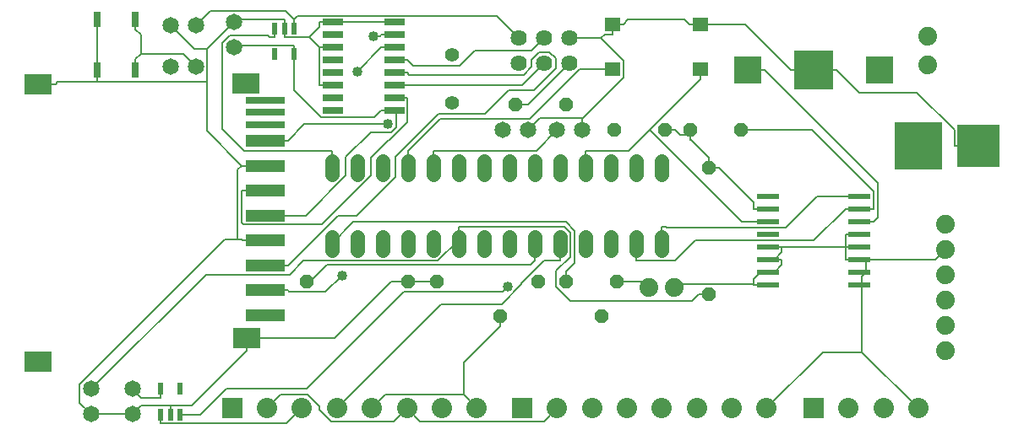
<source format=gtl>
G75*
G70*
%OFA0B0*%
%FSLAX24Y24*%
%IPPOS*%
%LPD*%
%AMOC8*
5,1,8,0,0,1.08239X$1,22.5*
%
%ADD10C,0.0560*%
%ADD11C,0.0740*%
%ADD12C,0.0560*%
%ADD13C,0.0650*%
%ADD14OC8,0.0560*%
%ADD15R,0.0800X0.0260*%
%ADD16R,0.0217X0.0472*%
%ADD17R,0.1102X0.0787*%
%ADD18R,0.1575X0.0276*%
%ADD19R,0.1575X0.0472*%
%ADD20R,0.1560X0.1560*%
%ADD21R,0.1095X0.1095*%
%ADD22R,0.0300X0.0600*%
%ADD23R,0.0800X0.0800*%
%ADD24C,0.0800*%
%ADD25C,0.0640*%
%ADD26R,0.0866X0.0236*%
%ADD27R,0.0630X0.0551*%
%ADD28R,0.1660X0.1660*%
%ADD29R,0.1857X0.1857*%
%ADD30C,0.0080*%
%ADD31C,0.0400*%
D10*
X013101Y007821D02*
X013101Y008381D01*
X014101Y008381D02*
X014101Y007821D01*
X015101Y007821D02*
X015101Y008381D01*
X016101Y008381D02*
X016101Y007821D01*
X017101Y007821D02*
X017101Y008381D01*
X018101Y008381D02*
X018101Y007821D01*
X019101Y007821D02*
X019101Y008381D01*
X020101Y008381D02*
X020101Y007821D01*
X021101Y007821D02*
X021101Y008381D01*
X022101Y008381D02*
X022101Y007821D01*
X023101Y007821D02*
X023101Y008381D01*
X024101Y008381D02*
X024101Y007821D01*
X025101Y007821D02*
X025101Y008381D01*
X026101Y008381D02*
X026101Y007821D01*
X026101Y010821D02*
X026101Y011381D01*
X025101Y011381D02*
X025101Y010821D01*
X024101Y010821D02*
X024101Y011381D01*
X023101Y011381D02*
X023101Y010821D01*
X022101Y010821D02*
X022101Y011381D01*
X021101Y011381D02*
X021101Y010821D01*
X020101Y010821D02*
X020101Y011381D01*
X019101Y011381D02*
X019101Y010821D01*
X018101Y010821D02*
X018101Y011381D01*
X017101Y011381D02*
X017101Y010821D01*
X016101Y010821D02*
X016101Y011381D01*
X015101Y011381D02*
X015101Y010821D01*
X014101Y010821D02*
X014101Y011381D01*
X013101Y011381D02*
X013101Y010821D01*
D11*
X025601Y006351D03*
X026601Y006351D03*
X037304Y005881D03*
X037304Y006881D03*
X037304Y007881D03*
X037304Y008881D03*
X037304Y004881D03*
X037304Y003881D03*
X036601Y015156D03*
X036601Y016296D03*
D12*
X017851Y015551D03*
X017851Y013651D03*
D13*
X019851Y012601D03*
X020851Y012601D03*
X021976Y012601D03*
X022976Y012601D03*
X009226Y015851D03*
X007726Y015101D03*
X006726Y015101D03*
X006726Y016726D03*
X007726Y016726D03*
X009226Y016851D03*
X005226Y002351D03*
X003601Y002351D03*
X003601Y001351D03*
X005226Y001351D03*
D14*
X012101Y006601D03*
X016101Y006601D03*
X017226Y006601D03*
X019726Y005226D03*
X021226Y006601D03*
X022351Y006601D03*
X024351Y006601D03*
X023726Y005226D03*
X027976Y006101D03*
X027976Y011101D03*
X027226Y012601D03*
X026226Y012601D03*
X024226Y012601D03*
X022351Y013601D03*
X020351Y013601D03*
X029226Y012601D03*
D15*
X015561Y013351D03*
X015561Y013851D03*
X015561Y014351D03*
X015561Y014851D03*
X015561Y015351D03*
X015561Y015851D03*
X015561Y016351D03*
X015561Y016851D03*
X013141Y016851D03*
X013141Y016351D03*
X013141Y015851D03*
X013141Y015351D03*
X013141Y014851D03*
X013141Y014351D03*
X013141Y013851D03*
X013141Y013351D03*
D16*
X011600Y015589D03*
X010852Y015589D03*
X010852Y016613D03*
X011226Y016613D03*
X011600Y016613D03*
X007100Y002363D03*
X006352Y002363D03*
X006352Y001339D03*
X006726Y001339D03*
X007100Y001339D03*
D17*
X001518Y003425D03*
X009746Y004369D03*
X009707Y014448D03*
X001518Y014409D03*
D18*
X010455Y013779D03*
X010455Y013306D03*
X010455Y012795D03*
D19*
X010455Y012165D03*
X010455Y011181D03*
X010455Y010196D03*
X010455Y009212D03*
X010455Y008228D03*
X010455Y007244D03*
X010455Y006259D03*
X010455Y005275D03*
D20*
X032101Y014976D03*
D21*
X034701Y014976D03*
X029501Y014976D03*
D22*
X005351Y014976D03*
X003851Y014976D03*
X003851Y016976D03*
X005351Y016976D03*
D23*
X009166Y001601D03*
X020601Y001601D03*
X032101Y001601D03*
D24*
X033479Y001601D03*
X034857Y001601D03*
X036235Y001601D03*
X030246Y001601D03*
X028869Y001601D03*
X027491Y001601D03*
X026113Y001601D03*
X024735Y001601D03*
X023357Y001601D03*
X021979Y001601D03*
X018811Y001601D03*
X017433Y001601D03*
X016055Y001601D03*
X014677Y001601D03*
X013299Y001601D03*
X011921Y001601D03*
X010544Y001601D03*
D25*
X020476Y015226D03*
X021476Y015226D03*
X022476Y015226D03*
X022476Y016226D03*
X021476Y016226D03*
X020476Y016226D03*
D26*
X030290Y009976D03*
X030290Y009476D03*
X030290Y008976D03*
X030290Y008476D03*
X030290Y007976D03*
X030290Y007476D03*
X030290Y006976D03*
X030290Y006476D03*
X033912Y006476D03*
X033912Y006976D03*
X033912Y007476D03*
X033912Y007976D03*
X033912Y008476D03*
X033912Y008976D03*
X033912Y009476D03*
X033912Y009976D03*
D27*
X027630Y015001D03*
X024166Y015001D03*
X024166Y016773D03*
X027630Y016773D03*
D28*
X038614Y011976D03*
D29*
X036251Y011976D03*
D30*
X003601Y001351D02*
X003153Y001799D01*
X003153Y002537D01*
X008884Y008268D01*
X009388Y008268D01*
X009388Y011020D01*
X009548Y011181D01*
X010455Y011181D01*
X009548Y011181D02*
X008171Y012557D01*
X008171Y014490D01*
X003851Y014490D01*
X003851Y014556D01*
X003851Y014976D01*
X003851Y016556D01*
X003851Y016976D01*
X005351Y016976D02*
X005351Y016556D01*
X005556Y016351D01*
X005556Y015601D01*
X005351Y015396D01*
X005351Y014976D01*
X003851Y014490D02*
X002270Y014490D01*
X002189Y014409D01*
X001518Y014409D01*
X005556Y015601D02*
X007226Y015601D01*
X007726Y015101D01*
X008171Y014490D02*
X008171Y015796D01*
X007656Y015796D01*
X006726Y016726D01*
X007726Y016726D02*
X008299Y017299D01*
X011269Y017299D01*
X011600Y016969D01*
X011600Y016613D01*
X011226Y016613D02*
X011226Y016256D01*
X012215Y016256D01*
X012621Y015851D01*
X013141Y015851D01*
X012621Y015851D02*
X012621Y014351D01*
X013141Y014351D01*
X014105Y014915D02*
X015041Y015851D01*
X015561Y015851D01*
X015561Y016351D02*
X015041Y016351D01*
X014996Y016306D01*
X014750Y016306D01*
X015561Y016851D02*
X013141Y016851D01*
X012621Y016851D01*
X012621Y016662D01*
X012215Y016256D01*
X011600Y015945D02*
X009320Y015945D01*
X009226Y015851D01*
X008775Y016039D02*
X009056Y016320D01*
X010559Y016320D01*
X010623Y016256D01*
X010852Y016256D01*
X010852Y016613D01*
X011226Y016613D02*
X011226Y016969D01*
X009344Y016969D01*
X009226Y016851D01*
X008171Y015796D01*
X008775Y016039D02*
X008775Y012644D01*
X009638Y011781D01*
X013101Y011781D01*
X013101Y011101D01*
X013646Y010790D02*
X013646Y011525D01*
X014622Y012501D01*
X015441Y012501D01*
X015636Y012696D01*
X015636Y013276D01*
X015561Y013351D01*
X015041Y013351D01*
X014775Y013085D01*
X012681Y013085D01*
X011600Y014166D01*
X011600Y015589D01*
X011600Y015945D01*
X011600Y016969D02*
X011732Y017101D01*
X019601Y017101D01*
X020476Y016226D01*
X020976Y015726D02*
X018729Y015726D01*
X018135Y015132D01*
X016299Y015132D01*
X016081Y015351D01*
X015561Y015351D01*
X015561Y014851D02*
X016081Y014851D01*
X016151Y014781D01*
X020663Y014781D01*
X020976Y015093D01*
X020976Y015362D01*
X021283Y015669D01*
X021682Y015669D01*
X021924Y015428D01*
X021924Y015046D01*
X021059Y014181D01*
X020076Y014181D01*
X019135Y013240D01*
X017307Y013240D01*
X015601Y011534D01*
X015601Y010726D01*
X014082Y009207D01*
X013326Y009207D01*
X011363Y007244D01*
X010455Y007244D01*
X011436Y006880D02*
X008130Y006880D01*
X003601Y002351D01*
X005226Y002351D02*
X005570Y002006D01*
X006352Y002006D01*
X006352Y002363D01*
X006726Y001695D02*
X005570Y001695D01*
X005226Y001351D01*
X003601Y001351D01*
X006352Y001339D02*
X006352Y000983D01*
X011303Y000983D01*
X011921Y001601D01*
X012140Y002121D02*
X012610Y001651D01*
X012610Y001549D01*
X013086Y001074D01*
X015528Y001074D01*
X016055Y001601D01*
X016575Y001081D01*
X021459Y001081D01*
X021979Y001601D01*
X018811Y001601D02*
X018291Y002121D01*
X018291Y003391D01*
X019726Y004826D01*
X019726Y005226D01*
X019800Y005701D02*
X020587Y006489D01*
X020587Y006538D01*
X021470Y007421D01*
X022101Y007421D01*
X022101Y008101D01*
X022511Y008540D02*
X022511Y007581D01*
X021948Y007018D01*
X021948Y006415D01*
X022519Y005844D01*
X027319Y005844D01*
X027576Y006101D01*
X027976Y006101D01*
X026757Y006507D02*
X026601Y006351D01*
X026757Y006507D02*
X029737Y006507D01*
X029737Y006699D01*
X030013Y006976D01*
X030290Y006976D01*
X030428Y006976D01*
X030566Y006976D01*
X030843Y007252D01*
X030843Y007476D01*
X030566Y007476D01*
X030290Y007476D01*
X030566Y007476D02*
X030843Y007752D01*
X030843Y007976D01*
X030290Y007976D01*
X030843Y007976D02*
X033359Y007976D01*
X033359Y008476D01*
X033912Y008476D01*
X033912Y008976D02*
X034465Y008976D01*
X034631Y009142D01*
X034631Y010513D01*
X030168Y014976D01*
X029501Y014976D01*
X031201Y014976D02*
X032101Y014976D01*
X033001Y014976D01*
X033901Y014076D01*
X036187Y014076D01*
X037664Y012599D01*
X037664Y011976D01*
X038614Y011976D01*
X034465Y010161D02*
X032025Y012601D01*
X029226Y012601D01*
X027976Y011501D02*
X027276Y012201D01*
X027226Y012201D01*
X027226Y012401D01*
X027226Y012601D01*
X027226Y012401D02*
X026826Y012401D01*
X026626Y012601D01*
X026226Y012601D01*
X025639Y012615D02*
X029278Y008976D01*
X030290Y008976D01*
X031014Y008738D02*
X026310Y008738D01*
X026266Y008781D01*
X026101Y008781D01*
X026101Y008101D01*
X025101Y008101D02*
X025101Y007421D01*
X026628Y007421D01*
X027445Y008238D01*
X032121Y008238D01*
X033359Y009476D01*
X033675Y009476D01*
X033912Y009476D01*
X034465Y009476D01*
X034465Y010161D01*
X033912Y009976D02*
X032252Y009976D01*
X031014Y008738D01*
X030290Y009476D02*
X029737Y009476D01*
X029737Y009740D01*
X028376Y011101D01*
X027976Y011101D01*
X027976Y011501D01*
X025639Y012615D02*
X024805Y011781D01*
X023101Y011781D01*
X023101Y011101D01*
X021976Y012601D02*
X021156Y011781D01*
X017101Y011781D01*
X017101Y011101D01*
X016101Y011101D02*
X016101Y011781D01*
X017366Y013046D01*
X020918Y013046D01*
X022874Y015001D01*
X024166Y015001D01*
X024602Y015329D02*
X024602Y014668D01*
X023005Y013070D01*
X022976Y013070D01*
X022976Y012601D01*
X022976Y013070D02*
X021320Y013070D01*
X020851Y012601D01*
X020851Y013601D02*
X020351Y013601D01*
X020851Y013601D02*
X022476Y015226D01*
X021476Y015226D02*
X020601Y014351D01*
X015561Y014351D01*
X015561Y013851D02*
X016081Y013851D01*
X016081Y012893D01*
X015370Y012183D01*
X015335Y012183D01*
X014645Y011493D01*
X014645Y010798D01*
X012700Y008853D01*
X009621Y008853D01*
X009548Y008926D01*
X009548Y010196D01*
X010455Y010196D01*
X010455Y009212D02*
X012068Y009212D01*
X013646Y010790D01*
X012019Y012821D02*
X011363Y012165D01*
X010455Y012165D01*
X012019Y012821D02*
X015308Y012821D01*
X020976Y015726D02*
X021476Y016226D01*
X022476Y016226D02*
X023706Y016226D01*
X023858Y016377D01*
X024166Y016377D01*
X024166Y016773D01*
X024601Y016773D01*
X024781Y016953D01*
X027016Y016953D01*
X027195Y016773D01*
X027630Y016773D01*
X029404Y016773D01*
X031201Y014976D01*
X027630Y015001D02*
X027630Y014606D01*
X025639Y012615D01*
X024602Y015329D02*
X023706Y016226D01*
X022323Y008954D02*
X013954Y008954D01*
X013101Y008101D01*
X011977Y007421D02*
X011436Y006880D01*
X012101Y006601D02*
X012251Y006601D01*
X012911Y007261D01*
X020941Y007261D01*
X021101Y007421D01*
X021101Y008101D01*
X022270Y008781D02*
X022511Y008540D01*
X022671Y008606D02*
X022323Y008954D01*
X022270Y008781D02*
X018101Y008781D01*
X018101Y008235D01*
X018101Y008101D01*
X018101Y008235D02*
X017287Y007421D01*
X011977Y007421D01*
X012852Y006201D02*
X013496Y006845D01*
X012852Y006201D02*
X011421Y006201D01*
X011363Y006259D01*
X010455Y006259D01*
X010455Y008228D02*
X009588Y008228D01*
X009548Y008268D01*
X009388Y008268D01*
X013219Y004369D02*
X015451Y006601D01*
X016101Y006601D01*
X017226Y006601D01*
X015940Y006201D02*
X012120Y002381D01*
X008938Y002381D01*
X007896Y001339D01*
X007100Y001339D01*
X006726Y001339D02*
X006726Y001695D01*
X007586Y001695D01*
X009746Y003856D01*
X009746Y004369D01*
X013219Y004369D01*
X013299Y001601D02*
X017400Y005701D01*
X019800Y005701D01*
X019846Y006201D02*
X015940Y006201D01*
X019846Y006201D02*
X020049Y006404D01*
X022351Y006601D02*
X022351Y007001D01*
X022671Y007321D01*
X022671Y008606D01*
X024351Y006601D02*
X025351Y006601D01*
X025601Y006351D01*
X029737Y006476D02*
X030290Y006476D01*
X029737Y006507D02*
X029737Y006476D01*
X033359Y007476D02*
X033359Y007976D01*
X033912Y007976D01*
X033912Y007476D02*
X033359Y007476D01*
X033912Y007476D02*
X034188Y007476D01*
X034188Y006976D01*
X033912Y006976D01*
X034021Y006808D02*
X034021Y006476D01*
X033912Y006476D01*
X034021Y006476D02*
X034021Y003815D01*
X032461Y003815D01*
X030246Y001601D01*
X034021Y003815D02*
X036235Y001601D01*
X034021Y006808D02*
X034188Y006976D01*
X034188Y007476D02*
X034465Y007476D01*
X036898Y007476D01*
X037304Y007881D01*
X018291Y002121D02*
X015197Y002121D01*
X014677Y001601D01*
X012140Y002121D02*
X011064Y002121D01*
X010544Y001601D01*
D31*
X020049Y006404D03*
X013496Y006845D03*
X015308Y012821D03*
X014105Y014915D03*
X014750Y016306D03*
M02*

</source>
